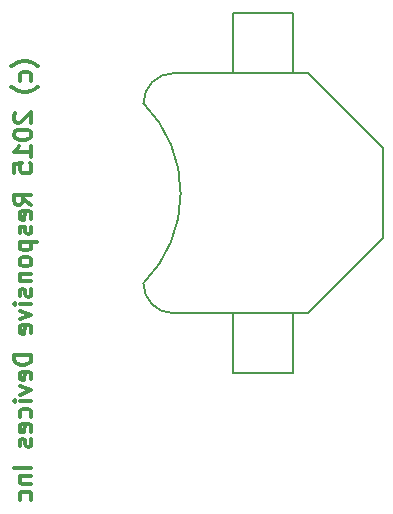
<source format=gbo>
G04 #@! TF.FileFunction,Legend,Bot*
%FSLAX46Y46*%
G04 Gerber Fmt 4.6, Leading zero omitted, Abs format (unit mm)*
G04 Created by KiCad (PCBNEW (2015-01-06 BZR 5261)-product) date Thursday, February 12, 2015 'PMt' 09:45:42 PM*
%MOMM*%
G01*
G04 APERTURE LIST*
%ADD10C,0.152400*%
%ADD11C,0.300000*%
%ADD12C,0.150000*%
G04 APERTURE END LIST*
D10*
D11*
X134600000Y-101018858D02*
X134528571Y-100947430D01*
X134314286Y-100804573D01*
X134171429Y-100733144D01*
X133957143Y-100661715D01*
X133600000Y-100590287D01*
X133314286Y-100590287D01*
X132957143Y-100661715D01*
X132742857Y-100733144D01*
X132600000Y-100804573D01*
X132385714Y-100947430D01*
X132314286Y-101018858D01*
X133957143Y-102233144D02*
X134028571Y-102090287D01*
X134028571Y-101804573D01*
X133957143Y-101661715D01*
X133885714Y-101590287D01*
X133742857Y-101518858D01*
X133314286Y-101518858D01*
X133171429Y-101590287D01*
X133100000Y-101661715D01*
X133028571Y-101804573D01*
X133028571Y-102090287D01*
X133100000Y-102233144D01*
X134600000Y-102733144D02*
X134528571Y-102804572D01*
X134314286Y-102947429D01*
X134171429Y-103018858D01*
X133957143Y-103090287D01*
X133600000Y-103161715D01*
X133314286Y-103161715D01*
X132957143Y-103090287D01*
X132742857Y-103018858D01*
X132600000Y-102947429D01*
X132385714Y-102804572D01*
X132314286Y-102733144D01*
X132671429Y-104947429D02*
X132600000Y-105018858D01*
X132528571Y-105161715D01*
X132528571Y-105518858D01*
X132600000Y-105661715D01*
X132671429Y-105733144D01*
X132814286Y-105804572D01*
X132957143Y-105804572D01*
X133171429Y-105733144D01*
X134028571Y-104876001D01*
X134028571Y-105804572D01*
X132528571Y-106733143D02*
X132528571Y-106876000D01*
X132600000Y-107018857D01*
X132671429Y-107090286D01*
X132814286Y-107161715D01*
X133100000Y-107233143D01*
X133457143Y-107233143D01*
X133742857Y-107161715D01*
X133885714Y-107090286D01*
X133957143Y-107018857D01*
X134028571Y-106876000D01*
X134028571Y-106733143D01*
X133957143Y-106590286D01*
X133885714Y-106518857D01*
X133742857Y-106447429D01*
X133457143Y-106376000D01*
X133100000Y-106376000D01*
X132814286Y-106447429D01*
X132671429Y-106518857D01*
X132600000Y-106590286D01*
X132528571Y-106733143D01*
X134028571Y-108661714D02*
X134028571Y-107804571D01*
X134028571Y-108233143D02*
X132528571Y-108233143D01*
X132742857Y-108090286D01*
X132885714Y-107947428D01*
X132957143Y-107804571D01*
X132528571Y-110018857D02*
X132528571Y-109304571D01*
X133242857Y-109233142D01*
X133171429Y-109304571D01*
X133100000Y-109447428D01*
X133100000Y-109804571D01*
X133171429Y-109947428D01*
X133242857Y-110018857D01*
X133385714Y-110090285D01*
X133742857Y-110090285D01*
X133885714Y-110018857D01*
X133957143Y-109947428D01*
X134028571Y-109804571D01*
X134028571Y-109447428D01*
X133957143Y-109304571D01*
X133885714Y-109233142D01*
X134028571Y-112733142D02*
X133314286Y-112233142D01*
X134028571Y-111875999D02*
X132528571Y-111875999D01*
X132528571Y-112447427D01*
X132600000Y-112590285D01*
X132671429Y-112661713D01*
X132814286Y-112733142D01*
X133028571Y-112733142D01*
X133171429Y-112661713D01*
X133242857Y-112590285D01*
X133314286Y-112447427D01*
X133314286Y-111875999D01*
X133957143Y-113947427D02*
X134028571Y-113804570D01*
X134028571Y-113518856D01*
X133957143Y-113375999D01*
X133814286Y-113304570D01*
X133242857Y-113304570D01*
X133100000Y-113375999D01*
X133028571Y-113518856D01*
X133028571Y-113804570D01*
X133100000Y-113947427D01*
X133242857Y-114018856D01*
X133385714Y-114018856D01*
X133528571Y-113304570D01*
X133957143Y-114590284D02*
X134028571Y-114733141D01*
X134028571Y-115018856D01*
X133957143Y-115161713D01*
X133814286Y-115233141D01*
X133742857Y-115233141D01*
X133600000Y-115161713D01*
X133528571Y-115018856D01*
X133528571Y-114804570D01*
X133457143Y-114661713D01*
X133314286Y-114590284D01*
X133242857Y-114590284D01*
X133100000Y-114661713D01*
X133028571Y-114804570D01*
X133028571Y-115018856D01*
X133100000Y-115161713D01*
X133028571Y-115875999D02*
X134528571Y-115875999D01*
X133100000Y-115875999D02*
X133028571Y-116018856D01*
X133028571Y-116304570D01*
X133100000Y-116447427D01*
X133171429Y-116518856D01*
X133314286Y-116590285D01*
X133742857Y-116590285D01*
X133885714Y-116518856D01*
X133957143Y-116447427D01*
X134028571Y-116304570D01*
X134028571Y-116018856D01*
X133957143Y-115875999D01*
X134028571Y-117447428D02*
X133957143Y-117304570D01*
X133885714Y-117233142D01*
X133742857Y-117161713D01*
X133314286Y-117161713D01*
X133171429Y-117233142D01*
X133100000Y-117304570D01*
X133028571Y-117447428D01*
X133028571Y-117661713D01*
X133100000Y-117804570D01*
X133171429Y-117875999D01*
X133314286Y-117947428D01*
X133742857Y-117947428D01*
X133885714Y-117875999D01*
X133957143Y-117804570D01*
X134028571Y-117661713D01*
X134028571Y-117447428D01*
X133028571Y-118590285D02*
X134028571Y-118590285D01*
X133171429Y-118590285D02*
X133100000Y-118661713D01*
X133028571Y-118804571D01*
X133028571Y-119018856D01*
X133100000Y-119161713D01*
X133242857Y-119233142D01*
X134028571Y-119233142D01*
X133957143Y-119875999D02*
X134028571Y-120018856D01*
X134028571Y-120304571D01*
X133957143Y-120447428D01*
X133814286Y-120518856D01*
X133742857Y-120518856D01*
X133600000Y-120447428D01*
X133528571Y-120304571D01*
X133528571Y-120090285D01*
X133457143Y-119947428D01*
X133314286Y-119875999D01*
X133242857Y-119875999D01*
X133100000Y-119947428D01*
X133028571Y-120090285D01*
X133028571Y-120304571D01*
X133100000Y-120447428D01*
X134028571Y-121161714D02*
X133028571Y-121161714D01*
X132528571Y-121161714D02*
X132600000Y-121090285D01*
X132671429Y-121161714D01*
X132600000Y-121233142D01*
X132528571Y-121161714D01*
X132671429Y-121161714D01*
X133028571Y-121733143D02*
X134028571Y-122090286D01*
X133028571Y-122447428D01*
X133957143Y-123590285D02*
X134028571Y-123447428D01*
X134028571Y-123161714D01*
X133957143Y-123018857D01*
X133814286Y-122947428D01*
X133242857Y-122947428D01*
X133100000Y-123018857D01*
X133028571Y-123161714D01*
X133028571Y-123447428D01*
X133100000Y-123590285D01*
X133242857Y-123661714D01*
X133385714Y-123661714D01*
X133528571Y-122947428D01*
X134028571Y-125447428D02*
X132528571Y-125447428D01*
X132528571Y-125804571D01*
X132600000Y-126018856D01*
X132742857Y-126161714D01*
X132885714Y-126233142D01*
X133171429Y-126304571D01*
X133385714Y-126304571D01*
X133671429Y-126233142D01*
X133814286Y-126161714D01*
X133957143Y-126018856D01*
X134028571Y-125804571D01*
X134028571Y-125447428D01*
X133957143Y-127518856D02*
X134028571Y-127375999D01*
X134028571Y-127090285D01*
X133957143Y-126947428D01*
X133814286Y-126875999D01*
X133242857Y-126875999D01*
X133100000Y-126947428D01*
X133028571Y-127090285D01*
X133028571Y-127375999D01*
X133100000Y-127518856D01*
X133242857Y-127590285D01*
X133385714Y-127590285D01*
X133528571Y-126875999D01*
X133028571Y-128090285D02*
X134028571Y-128447428D01*
X133028571Y-128804570D01*
X134028571Y-129375999D02*
X133028571Y-129375999D01*
X132528571Y-129375999D02*
X132600000Y-129304570D01*
X132671429Y-129375999D01*
X132600000Y-129447427D01*
X132528571Y-129375999D01*
X132671429Y-129375999D01*
X133957143Y-130733142D02*
X134028571Y-130590285D01*
X134028571Y-130304571D01*
X133957143Y-130161713D01*
X133885714Y-130090285D01*
X133742857Y-130018856D01*
X133314286Y-130018856D01*
X133171429Y-130090285D01*
X133100000Y-130161713D01*
X133028571Y-130304571D01*
X133028571Y-130590285D01*
X133100000Y-130733142D01*
X133957143Y-131947427D02*
X134028571Y-131804570D01*
X134028571Y-131518856D01*
X133957143Y-131375999D01*
X133814286Y-131304570D01*
X133242857Y-131304570D01*
X133100000Y-131375999D01*
X133028571Y-131518856D01*
X133028571Y-131804570D01*
X133100000Y-131947427D01*
X133242857Y-132018856D01*
X133385714Y-132018856D01*
X133528571Y-131304570D01*
X133957143Y-132590284D02*
X134028571Y-132733141D01*
X134028571Y-133018856D01*
X133957143Y-133161713D01*
X133814286Y-133233141D01*
X133742857Y-133233141D01*
X133600000Y-133161713D01*
X133528571Y-133018856D01*
X133528571Y-132804570D01*
X133457143Y-132661713D01*
X133314286Y-132590284D01*
X133242857Y-132590284D01*
X133100000Y-132661713D01*
X133028571Y-132804570D01*
X133028571Y-133018856D01*
X133100000Y-133161713D01*
X134028571Y-135018856D02*
X132528571Y-135018856D01*
X133028571Y-135733142D02*
X134028571Y-135733142D01*
X133171429Y-135733142D02*
X133100000Y-135804570D01*
X133028571Y-135947428D01*
X133028571Y-136161713D01*
X133100000Y-136304570D01*
X133242857Y-136375999D01*
X134028571Y-136375999D01*
X133957143Y-137733142D02*
X134028571Y-137590285D01*
X134028571Y-137304571D01*
X133957143Y-137161713D01*
X133885714Y-137090285D01*
X133742857Y-137018856D01*
X133314286Y-137018856D01*
X133171429Y-137090285D01*
X133100000Y-137161713D01*
X133028571Y-137304571D01*
X133028571Y-137590285D01*
X133100000Y-137733142D01*
D12*
X143510000Y-104140000D02*
G75*
G02X143510000Y-119380000I-7620000J-7620000D01*
G01*
X143510000Y-104140000D02*
G75*
G02X146050000Y-101600000I2540000J0D01*
G01*
X146050000Y-121920000D02*
G75*
G02X143510000Y-119380000I0J2540000D01*
G01*
X151130000Y-121920000D02*
X146050000Y-121920000D01*
X151130000Y-101600000D02*
X146050000Y-101600000D01*
X163830000Y-111760000D02*
X163830000Y-115570000D01*
X163830000Y-115570000D02*
X157480000Y-121920000D01*
X157480000Y-121920000D02*
X151130000Y-121920000D01*
X151130000Y-121920000D02*
X151130000Y-127000000D01*
X151130000Y-127000000D02*
X156210000Y-127000000D01*
X156210000Y-127000000D02*
X156210000Y-121920000D01*
X156210000Y-101600000D02*
X156210000Y-100330000D01*
X163830000Y-111760000D02*
X163830000Y-107950000D01*
X163830000Y-107950000D02*
X157480000Y-101600000D01*
X157480000Y-101600000D02*
X156210000Y-101600000D01*
X151130000Y-96520000D02*
X156210000Y-96520000D01*
X156210000Y-96520000D02*
X156210000Y-100330000D01*
X156210000Y-101600000D02*
X151130000Y-101600000D01*
X151130000Y-101600000D02*
X151130000Y-96520000D01*
M02*

</source>
